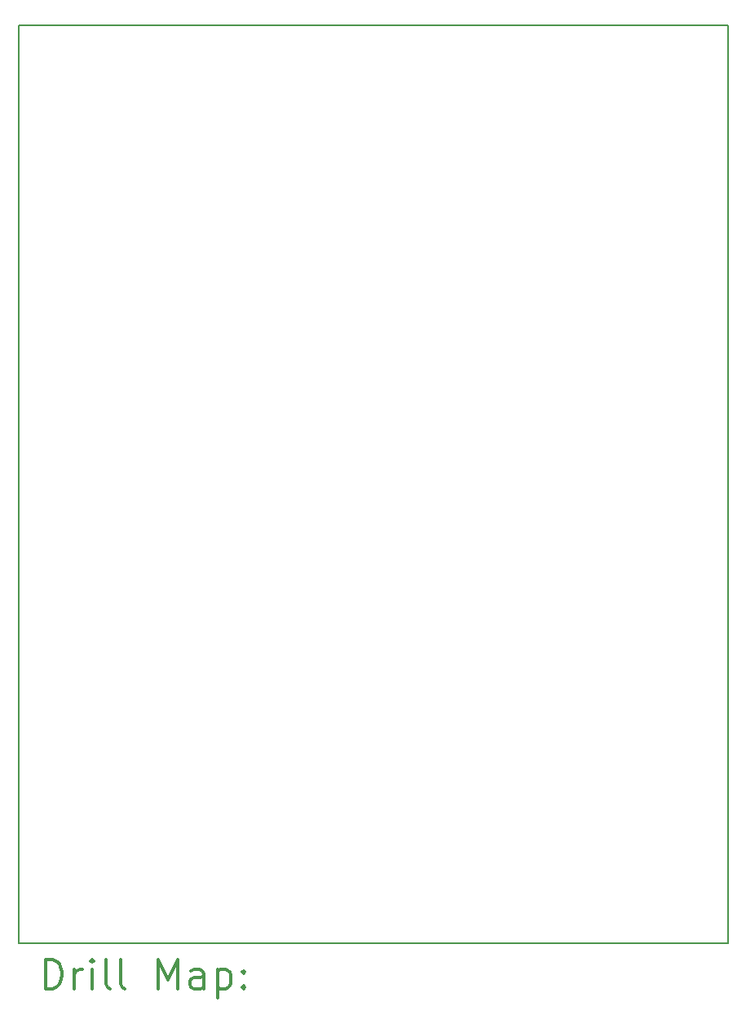
<source format=gbr>
%FSLAX45Y45*%
G04 Gerber Fmt 4.5, Leading zero omitted, Abs format (unit mm)*
G04 Created by KiCad (PCBNEW 201609150817+7155~55~ubuntu16.04.1-) date Thu Sep 29 09:43:52 2016*
%MOMM*%
%LPD*%
G01*
G04 APERTURE LIST*
%ADD10C,0.127000*%
%ADD11C,0.150000*%
%ADD12C,0.200000*%
%ADD13C,0.300000*%
G04 APERTURE END LIST*
D10*
D11*
X12446000Y-15240000D02*
X12446000Y-5715000D01*
X5080000Y-15240000D02*
X12446000Y-15240000D01*
X5080000Y-5715000D02*
X5080000Y-15240000D01*
X12446000Y-5715000D02*
X5080000Y-5715000D01*
D12*
D13*
X5358928Y-15713214D02*
X5358928Y-15413214D01*
X5430357Y-15413214D01*
X5473214Y-15427500D01*
X5501786Y-15456071D01*
X5516071Y-15484643D01*
X5530357Y-15541786D01*
X5530357Y-15584643D01*
X5516071Y-15641786D01*
X5501786Y-15670357D01*
X5473214Y-15698929D01*
X5430357Y-15713214D01*
X5358928Y-15713214D01*
X5658928Y-15713214D02*
X5658928Y-15513214D01*
X5658928Y-15570357D02*
X5673214Y-15541786D01*
X5687500Y-15527500D01*
X5716071Y-15513214D01*
X5744643Y-15513214D01*
X5844643Y-15713214D02*
X5844643Y-15513214D01*
X5844643Y-15413214D02*
X5830357Y-15427500D01*
X5844643Y-15441786D01*
X5858928Y-15427500D01*
X5844643Y-15413214D01*
X5844643Y-15441786D01*
X6030357Y-15713214D02*
X6001786Y-15698929D01*
X5987500Y-15670357D01*
X5987500Y-15413214D01*
X6187500Y-15713214D02*
X6158928Y-15698929D01*
X6144643Y-15670357D01*
X6144643Y-15413214D01*
X6530357Y-15713214D02*
X6530357Y-15413214D01*
X6630357Y-15627500D01*
X6730357Y-15413214D01*
X6730357Y-15713214D01*
X7001786Y-15713214D02*
X7001786Y-15556071D01*
X6987500Y-15527500D01*
X6958928Y-15513214D01*
X6901786Y-15513214D01*
X6873214Y-15527500D01*
X7001786Y-15698929D02*
X6973214Y-15713214D01*
X6901786Y-15713214D01*
X6873214Y-15698929D01*
X6858928Y-15670357D01*
X6858928Y-15641786D01*
X6873214Y-15613214D01*
X6901786Y-15598929D01*
X6973214Y-15598929D01*
X7001786Y-15584643D01*
X7144643Y-15513214D02*
X7144643Y-15813214D01*
X7144643Y-15527500D02*
X7173214Y-15513214D01*
X7230357Y-15513214D01*
X7258928Y-15527500D01*
X7273214Y-15541786D01*
X7287500Y-15570357D01*
X7287500Y-15656071D01*
X7273214Y-15684643D01*
X7258928Y-15698929D01*
X7230357Y-15713214D01*
X7173214Y-15713214D01*
X7144643Y-15698929D01*
X7416071Y-15684643D02*
X7430357Y-15698929D01*
X7416071Y-15713214D01*
X7401786Y-15698929D01*
X7416071Y-15684643D01*
X7416071Y-15713214D01*
X7416071Y-15527500D02*
X7430357Y-15541786D01*
X7416071Y-15556071D01*
X7401786Y-15541786D01*
X7416071Y-15527500D01*
X7416071Y-15556071D01*
M02*

</source>
